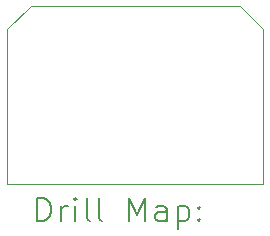
<source format=gbr>
%TF.GenerationSoftware,KiCad,Pcbnew,7.0.6*%
%TF.CreationDate,2023-09-26T13:21:35-07:00*%
%TF.ProjectId,snes_trigger_tactile,736e6573-5f74-4726-9967-6765725f7461,rev?*%
%TF.SameCoordinates,Original*%
%TF.FileFunction,Drillmap*%
%TF.FilePolarity,Positive*%
%FSLAX45Y45*%
G04 Gerber Fmt 4.5, Leading zero omitted, Abs format (unit mm)*
G04 Created by KiCad (PCBNEW 7.0.6) date 2023-09-26 13:21:35*
%MOMM*%
%LPD*%
G01*
G04 APERTURE LIST*
%ADD10C,0.100000*%
%ADD11C,0.200000*%
G04 APERTURE END LIST*
D10*
X5192846Y-3186400D02*
X7362800Y-3186400D01*
X7362800Y-1876400D02*
X7162800Y-1676400D01*
X5392846Y-1676400D02*
X5192846Y-1876400D01*
X7162800Y-1676400D02*
X5392846Y-1676400D01*
X7362800Y-3186400D02*
X7362800Y-1876400D01*
X5192846Y-1876400D02*
X5192846Y-3186400D01*
D11*
X5448623Y-3502884D02*
X5448623Y-3302884D01*
X5448623Y-3302884D02*
X5496242Y-3302884D01*
X5496242Y-3302884D02*
X5524814Y-3312408D01*
X5524814Y-3312408D02*
X5543861Y-3331455D01*
X5543861Y-3331455D02*
X5553385Y-3350503D01*
X5553385Y-3350503D02*
X5562909Y-3388598D01*
X5562909Y-3388598D02*
X5562909Y-3417169D01*
X5562909Y-3417169D02*
X5553385Y-3455265D01*
X5553385Y-3455265D02*
X5543861Y-3474312D01*
X5543861Y-3474312D02*
X5524814Y-3493360D01*
X5524814Y-3493360D02*
X5496242Y-3502884D01*
X5496242Y-3502884D02*
X5448623Y-3502884D01*
X5648623Y-3502884D02*
X5648623Y-3369550D01*
X5648623Y-3407646D02*
X5658147Y-3388598D01*
X5658147Y-3388598D02*
X5667671Y-3379074D01*
X5667671Y-3379074D02*
X5686718Y-3369550D01*
X5686718Y-3369550D02*
X5705766Y-3369550D01*
X5772433Y-3502884D02*
X5772433Y-3369550D01*
X5772433Y-3302884D02*
X5762909Y-3312408D01*
X5762909Y-3312408D02*
X5772433Y-3321931D01*
X5772433Y-3321931D02*
X5781956Y-3312408D01*
X5781956Y-3312408D02*
X5772433Y-3302884D01*
X5772433Y-3302884D02*
X5772433Y-3321931D01*
X5896242Y-3502884D02*
X5877194Y-3493360D01*
X5877194Y-3493360D02*
X5867671Y-3474312D01*
X5867671Y-3474312D02*
X5867671Y-3302884D01*
X6001004Y-3502884D02*
X5981956Y-3493360D01*
X5981956Y-3493360D02*
X5972433Y-3474312D01*
X5972433Y-3474312D02*
X5972433Y-3302884D01*
X6229575Y-3502884D02*
X6229575Y-3302884D01*
X6229575Y-3302884D02*
X6296242Y-3445741D01*
X6296242Y-3445741D02*
X6362909Y-3302884D01*
X6362909Y-3302884D02*
X6362909Y-3502884D01*
X6543861Y-3502884D02*
X6543861Y-3398122D01*
X6543861Y-3398122D02*
X6534337Y-3379074D01*
X6534337Y-3379074D02*
X6515290Y-3369550D01*
X6515290Y-3369550D02*
X6477194Y-3369550D01*
X6477194Y-3369550D02*
X6458147Y-3379074D01*
X6543861Y-3493360D02*
X6524814Y-3502884D01*
X6524814Y-3502884D02*
X6477194Y-3502884D01*
X6477194Y-3502884D02*
X6458147Y-3493360D01*
X6458147Y-3493360D02*
X6448623Y-3474312D01*
X6448623Y-3474312D02*
X6448623Y-3455265D01*
X6448623Y-3455265D02*
X6458147Y-3436217D01*
X6458147Y-3436217D02*
X6477194Y-3426693D01*
X6477194Y-3426693D02*
X6524814Y-3426693D01*
X6524814Y-3426693D02*
X6543861Y-3417169D01*
X6639099Y-3369550D02*
X6639099Y-3569550D01*
X6639099Y-3379074D02*
X6658147Y-3369550D01*
X6658147Y-3369550D02*
X6696242Y-3369550D01*
X6696242Y-3369550D02*
X6715290Y-3379074D01*
X6715290Y-3379074D02*
X6724814Y-3388598D01*
X6724814Y-3388598D02*
X6734337Y-3407646D01*
X6734337Y-3407646D02*
X6734337Y-3464788D01*
X6734337Y-3464788D02*
X6724814Y-3483836D01*
X6724814Y-3483836D02*
X6715290Y-3493360D01*
X6715290Y-3493360D02*
X6696242Y-3502884D01*
X6696242Y-3502884D02*
X6658147Y-3502884D01*
X6658147Y-3502884D02*
X6639099Y-3493360D01*
X6820052Y-3483836D02*
X6829575Y-3493360D01*
X6829575Y-3493360D02*
X6820052Y-3502884D01*
X6820052Y-3502884D02*
X6810528Y-3493360D01*
X6810528Y-3493360D02*
X6820052Y-3483836D01*
X6820052Y-3483836D02*
X6820052Y-3502884D01*
X6820052Y-3379074D02*
X6829575Y-3388598D01*
X6829575Y-3388598D02*
X6820052Y-3398122D01*
X6820052Y-3398122D02*
X6810528Y-3388598D01*
X6810528Y-3388598D02*
X6820052Y-3379074D01*
X6820052Y-3379074D02*
X6820052Y-3398122D01*
M02*

</source>
